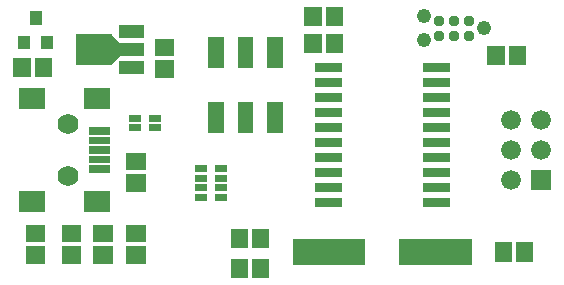
<source format=gbr>
G04 start of page 7 for group -4063 idx -4063 *
G04 Title: (unknown), componentmask *
G04 Creator: pcb 20140316 *
G04 CreationDate: Thu 30 Aug 2018 07:28:31 PM GMT UTC *
G04 For: railfan *
G04 Format: Gerber/RS-274X *
G04 PCB-Dimensions (mil): 1875.00 1000.00 *
G04 PCB-Coordinate-Origin: lower left *
%MOIN*%
%FSLAX25Y25*%
%LNTOPMASK*%
%ADD66R,0.0257X0.0257*%
%ADD65R,0.0400X0.0400*%
%ADD64R,0.1005X0.1005*%
%ADD63R,0.0438X0.0438*%
%ADD62R,0.0520X0.0520*%
%ADD61R,0.0690X0.0690*%
%ADD60R,0.0227X0.0227*%
%ADD59R,0.0847X0.0847*%
%ADD58R,0.0300X0.0300*%
%ADD57R,0.0572X0.0572*%
%ADD56C,0.0370*%
%ADD55C,0.0693*%
%ADD54C,0.0001*%
%ADD53C,0.0490*%
%ADD52C,0.0660*%
G54D52*X182000Y60000D03*
X172000D03*
G54D53*X163000Y90500D03*
G54D54*G36*
X178700Y43300D02*Y36700D01*
X185300D01*
Y43300D01*
X178700D01*
G37*
G54D52*X182000Y50000D03*
X172000Y40000D03*
Y50000D03*
G54D53*X143000Y86500D03*
Y94500D03*
G54D55*X24122Y58661D03*
Y41339D03*
G54D56*X158000Y93000D03*
Y88000D03*
G54D57*X166957Y81893D02*Y81107D01*
X174043Y81893D02*Y81107D01*
G54D56*X153000Y93000D03*
Y88000D03*
X148000Y93000D03*
Y88000D03*
G54D58*X144000Y62500D02*X150000D01*
X144000Y67500D02*X150000D01*
X144000Y72500D02*X150000D01*
X144000Y77500D02*X150000D01*
G54D57*X176543Y16393D02*Y15607D01*
X169457Y16393D02*Y15607D01*
G54D58*X144000Y32500D02*X150000D01*
G54D59*X138843Y16000D02*X154591D01*
G54D58*X144000Y37500D02*X150000D01*
X144000Y42500D02*X150000D01*
X144000Y47500D02*X150000D01*
X144000Y52500D02*X150000D01*
X144000Y57500D02*X150000D01*
G54D60*X67717Y34276D02*X69587D01*
G54D57*X88543Y20893D02*Y20107D01*
X81457Y20893D02*Y20107D01*
X88543Y10893D02*Y10107D01*
X81457Y10893D02*Y10107D01*
G54D58*X108000Y32500D02*X114000D01*
G54D59*X103409Y16000D02*X119157D01*
G54D57*X25107Y14957D02*X25893D01*
X35607D02*X36393D01*
X46607D02*X47393D01*
X25107Y22043D02*X25893D01*
X35607D02*X36393D01*
X46607D02*X47393D01*
G54D61*X33177Y32874D02*X34752D01*
G54D57*X13107Y14957D02*X13893D01*
X13107Y22043D02*X13893D01*
G54D61*X11524Y32874D02*X13098D01*
G54D60*X74413Y40575D02*X76283D01*
X74413Y43724D02*X76283D01*
X67717D02*X69587D01*
X67717Y40575D02*X69587D01*
X67717Y37425D02*X69587D01*
X74413Y34276D02*X76283D01*
X74413Y37425D02*X76283D01*
G54D62*X73700Y84900D02*Y79750D01*
X83500Y84900D02*Y79750D01*
X93300Y84900D02*Y79750D01*
X73700Y63250D02*Y58100D01*
X83500Y63250D02*Y58100D01*
X93300Y63250D02*Y58100D01*
G54D58*X108000Y77500D02*X114000D01*
X108000Y72500D02*X114000D01*
X108000Y67500D02*X114000D01*
X108000Y62500D02*X114000D01*
X108000Y57500D02*X114000D01*
X108000Y52500D02*X114000D01*
X108000Y47500D02*X114000D01*
X108000Y42500D02*X114000D01*
X108000Y37500D02*X114000D01*
G54D57*X105957Y94893D02*Y94107D01*
Y85893D02*Y85107D01*
X113043Y94893D02*Y94107D01*
Y85893D02*Y85107D01*
G54D60*X45717Y60575D02*X47587D01*
X45717Y57425D02*X47587D01*
X52413D02*X54283D01*
X52413Y60575D02*X54283D01*
G54D63*X43311Y77594D02*X47405D01*
X35595Y83500D02*X47405D01*
G54D64*X31971D02*X33861D01*
G54D54*G36*
X36742Y80195D02*X40006Y83459D01*
X41850Y81615D01*
X38586Y78351D01*
X36742Y80195D01*
G37*
G36*
X38586Y88649D02*X41850Y85385D01*
X40006Y83541D01*
X36742Y86805D01*
X38586Y88649D01*
G37*
G54D65*X9600Y86100D02*Y85500D01*
X13500Y94300D02*Y93700D01*
X17400Y86100D02*Y85500D01*
G54D57*X16043Y77893D02*Y77107D01*
X8957Y77893D02*Y77107D01*
G54D63*X43311Y89406D02*X47405D01*
G54D57*X56107Y84043D02*X56893D01*
X56107Y76957D02*X56893D01*
G54D61*X11524Y67126D02*X13098D01*
X33177D02*X34752D01*
G54D57*X46607Y38957D02*X47393D01*
X46607Y46043D02*X47393D01*
G54D66*X32587Y56299D02*X36917D01*
X33768D02*X35933D01*
X32587Y53150D02*X36917D01*
X33768D02*X35933D01*
X32587Y50000D02*X36917D01*
X33768D02*X35933D01*
X32587Y46850D02*X36917D01*
X33768D02*X35933D01*
X32587Y43701D02*X36917D01*
X33768D02*X35933D01*
M02*

</source>
